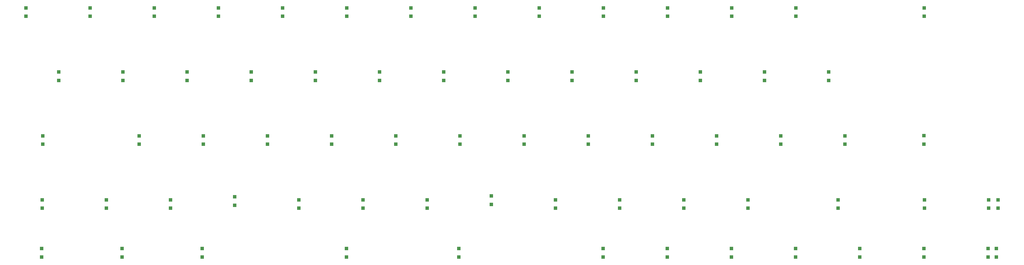
<source format=gbr>
G04 #@! TF.GenerationSoftware,KiCad,Pcbnew,(5.1.9)-1*
G04 #@! TF.CreationDate,2021-05-27T03:15:51+01:00*
G04 #@! TF.ProjectId,EnvKB65,456e764b-4236-4352-9e6b-696361645f70,rev?*
G04 #@! TF.SameCoordinates,Original*
G04 #@! TF.FileFunction,Paste,Bot*
G04 #@! TF.FilePolarity,Positive*
%FSLAX46Y46*%
G04 Gerber Fmt 4.6, Leading zero omitted, Abs format (unit mm)*
G04 Created by KiCad (PCBNEW (5.1.9)-1) date 2021-05-27 03:15:51*
%MOMM*%
%LPD*%
G01*
G04 APERTURE LIST*
%ADD10R,1.000000X1.000000*%
G04 APERTURE END LIST*
D10*
X368750000Y-188959120D03*
X368750000Y-191459120D03*
X366334200Y-188959120D03*
X366334200Y-191459120D03*
X347284200Y-188959120D03*
X347284200Y-191459120D03*
X328234200Y-188959120D03*
X328234200Y-191459120D03*
X309184200Y-188959120D03*
X309184200Y-191459120D03*
X290134200Y-188959120D03*
X290134200Y-191459120D03*
X271084200Y-188959120D03*
X271084200Y-191459120D03*
X252034200Y-188959120D03*
X252034200Y-191459120D03*
X209171700Y-188959120D03*
X209171700Y-191459120D03*
X175834200Y-188959120D03*
X175834200Y-191459120D03*
X132971700Y-188959120D03*
X132971700Y-191459120D03*
X109159200Y-188959120D03*
X109159200Y-191459120D03*
X85346700Y-188959120D03*
X85346700Y-191459120D03*
X369250000Y-174434120D03*
X369250000Y-176934120D03*
X366484200Y-174434120D03*
X366484200Y-176934120D03*
X347434200Y-174434120D03*
X347434200Y-176934120D03*
X321784200Y-174434120D03*
X321784200Y-176934120D03*
X295046700Y-174434120D03*
X295046700Y-176934120D03*
X275996700Y-174434120D03*
X275996700Y-176934120D03*
X256946700Y-174434120D03*
X256946700Y-176934120D03*
X237896700Y-174434120D03*
X237896700Y-176934120D03*
X218846700Y-173300000D03*
X218846700Y-175800000D03*
X199796700Y-174434120D03*
X199796700Y-176934120D03*
X180746700Y-174434120D03*
X180746700Y-176934120D03*
X161696700Y-174434120D03*
X161696700Y-176934120D03*
X142646700Y-173525000D03*
X142646700Y-176025000D03*
X123596700Y-174434120D03*
X123596700Y-176934120D03*
X104546700Y-174434120D03*
X104546700Y-176934120D03*
X85496700Y-174434120D03*
X85496700Y-176934120D03*
X323771700Y-155359120D03*
X323771700Y-157859120D03*
X304721700Y-155359120D03*
X304721700Y-157859120D03*
X285671700Y-155359120D03*
X285671700Y-157859120D03*
X266621700Y-155359120D03*
X266621700Y-157859120D03*
X247571700Y-155359120D03*
X247571700Y-157859120D03*
X228521700Y-155359120D03*
X228521700Y-157859120D03*
X209471700Y-155359120D03*
X209471700Y-157859120D03*
X190421700Y-155359120D03*
X190421700Y-157859120D03*
X171371700Y-155359120D03*
X171371700Y-157859120D03*
X152321700Y-155359120D03*
X152321700Y-157859120D03*
X133271700Y-155359120D03*
X133271700Y-157859120D03*
X114221700Y-155359120D03*
X114221700Y-157859120D03*
X85646700Y-155359120D03*
X85646700Y-157859120D03*
X347234200Y-155334120D03*
X347234200Y-157834120D03*
X318959200Y-136384120D03*
X318959200Y-138884120D03*
X299909200Y-136384120D03*
X299909200Y-138884120D03*
X280859200Y-136384120D03*
X280859200Y-138884120D03*
X261809200Y-136384120D03*
X261809200Y-138884120D03*
X242759200Y-136384120D03*
X242759200Y-138884120D03*
X223709200Y-136384120D03*
X223709200Y-138884120D03*
X204659200Y-136384120D03*
X204659200Y-138884120D03*
X185609200Y-136384120D03*
X185609200Y-138884120D03*
X166559200Y-136384120D03*
X166559200Y-138884120D03*
X147509200Y-136384120D03*
X147509200Y-138884120D03*
X128459200Y-136384120D03*
X128459200Y-138884120D03*
X109409200Y-136384120D03*
X109409200Y-138884120D03*
X90359200Y-136384120D03*
X90359200Y-138884120D03*
X347384200Y-117284120D03*
X347384200Y-119784120D03*
X309284200Y-117284120D03*
X309284200Y-119784120D03*
X290234200Y-117284120D03*
X290234200Y-119784120D03*
X271184200Y-117284120D03*
X271184200Y-119784120D03*
X252134200Y-117284120D03*
X252134200Y-119784120D03*
X233084200Y-117284120D03*
X233084200Y-119784120D03*
X214034200Y-117284120D03*
X214034200Y-119784120D03*
X194984200Y-117284120D03*
X194984200Y-119784120D03*
X175934200Y-117284120D03*
X175934200Y-119784120D03*
X156884200Y-117284120D03*
X156884200Y-119784120D03*
X137834200Y-117284120D03*
X137834200Y-119784120D03*
X118784200Y-117284120D03*
X118784200Y-119784120D03*
X99734200Y-117284120D03*
X99734200Y-119784120D03*
X80684200Y-117284120D03*
X80684200Y-119784120D03*
M02*

</source>
